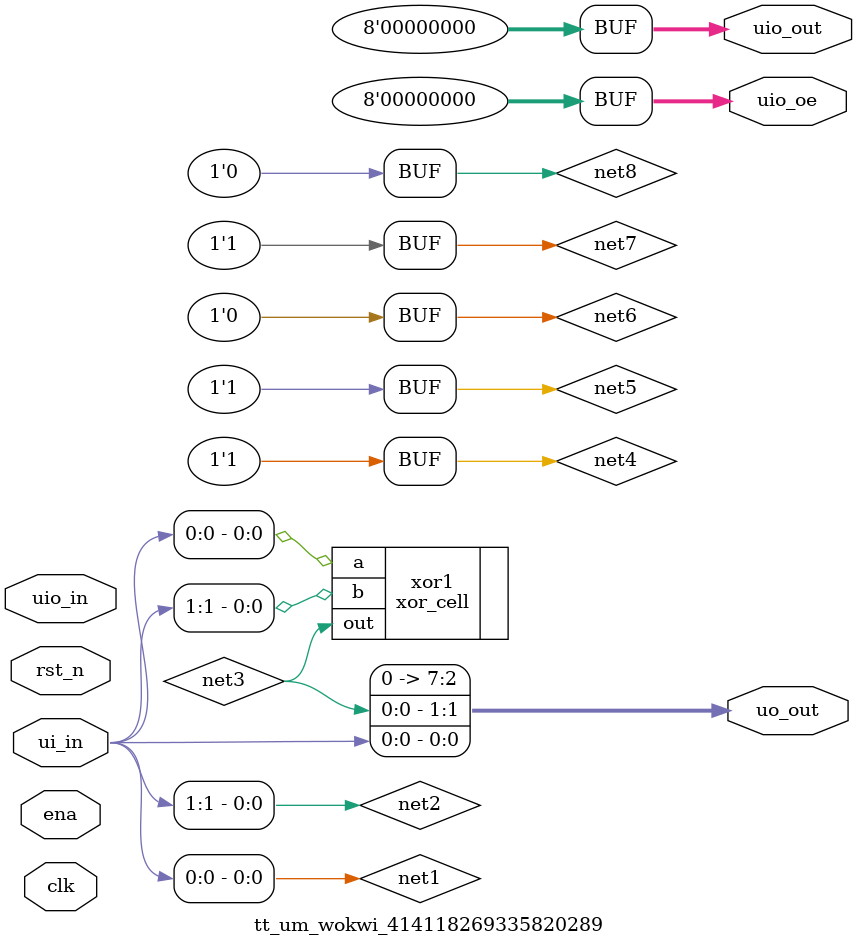
<source format=v>
/* Automatically generated from https://wokwi.com/projects/414118269335820289 */

`default_nettype none

// verilator lint_off UNUSEDSIGNAL
// verilator lint_off PINCONNECTEMPTY

module tt_um_wokwi_414118269335820289(
  input  wire [7:0] ui_in,    // Dedicated inputs
  output wire [7:0] uo_out,    // Dedicated outputs
  input  wire [7:0] uio_in,    // IOs: Input path
  output wire [7:0] uio_out,    // IOs: Output path
  output wire [7:0] uio_oe,    // IOs: Enable path (active high: 0=input, 1=output)
  input ena,
  input clk,
  input rst_n
);
  wire net1 = ui_in[0];
  wire net2 = ui_in[1];
  wire net3;
  wire net4 = 1'b1;
  wire net5 = 1'b1;
  wire net6 = 1'b0;
  wire net7 = 1'b1;
  wire net8 = 1'b0;

  assign uo_out[0] = net1;
  assign uo_out[1] = net3;
  assign uo_out[2] = 0;
  assign uo_out[3] = 0;
  assign uo_out[4] = 0;
  assign uo_out[5] = 0;
  assign uo_out[6] = 0;
  assign uo_out[7] = 0;
  assign uio_out[0] = 0;
  assign uio_oe[0] = 0;
  assign uio_out[1] = 0;
  assign uio_oe[1] = 0;
  assign uio_out[2] = 0;
  assign uio_oe[2] = 0;
  assign uio_out[3] = 0;
  assign uio_oe[3] = 0;
  assign uio_out[4] = 0;
  assign uio_oe[4] = 0;
  assign uio_out[5] = 0;
  assign uio_oe[5] = 0;
  assign uio_out[6] = 0;
  assign uio_oe[6] = 0;
  assign uio_out[7] = 0;
  assign uio_oe[7] = 0;

  xor_cell xor1 (
    .a (net1),
    .b (net2),
    .out (net3)
  );
endmodule

</source>
